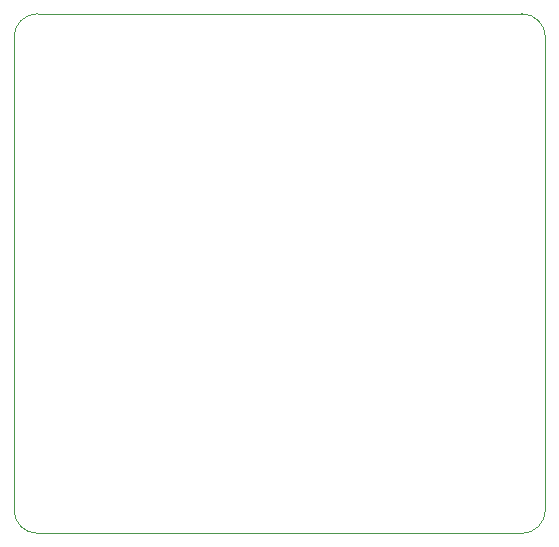
<source format=gbp>
G04 #@! TF.GenerationSoftware,KiCad,Pcbnew,(6.0.7)*
G04 #@! TF.CreationDate,2022-12-11T16:42:55+01:00*
G04 #@! TF.ProjectId,StartStop_PCB,53746172-7453-4746-9f70-5f5043422e6b,rev?*
G04 #@! TF.SameCoordinates,Original*
G04 #@! TF.FileFunction,Paste,Bot*
G04 #@! TF.FilePolarity,Positive*
%FSLAX46Y46*%
G04 Gerber Fmt 4.6, Leading zero omitted, Abs format (unit mm)*
G04 Created by KiCad (PCBNEW (6.0.7)) date 2022-12-11 16:42:55*
%MOMM*%
%LPD*%
G01*
G04 APERTURE LIST*
G04 #@! TA.AperFunction,Profile*
%ADD10C,0.100000*%
G04 #@! TD*
G04 APERTURE END LIST*
D10*
X144000000Y-81000000D02*
G75*
G03*
X146000000Y-79000000I0J2000000D01*
G01*
X103000000Y-37000000D02*
G75*
G03*
X101000000Y-39000000I0J-2000000D01*
G01*
X146000000Y-79000000D02*
X146000000Y-39000000D01*
X144000000Y-37000000D02*
X103000000Y-37000000D01*
X101000000Y-39000000D02*
X101000000Y-79000000D01*
X146000000Y-39000000D02*
G75*
G03*
X144000000Y-37000000I-2000000J0D01*
G01*
X101000000Y-79000000D02*
G75*
G03*
X103000000Y-81000000I2000000J0D01*
G01*
X103000000Y-81000000D02*
X144000000Y-81000000D01*
M02*

</source>
